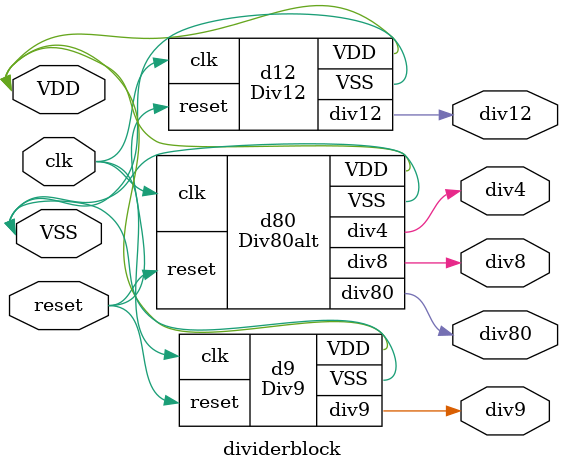
<source format=v>


module Div9 ( reset, clk, div9, VDD, VSS );
  input reset, clk;
  output div9;
  inout VDD,  VSS;
  wire   N0, N1, mid2, mid3, mid4, N2, mid1, N3, N4, N5, N6, N7, N8, N9, N10,
         N11, N12, N13, N14, N15, N16, N17, N18;

  \**SEQGEN**  mid3_reg ( .clear(1'b0), .preset(1'b0), .next_state(N9), 
        .clocked_on(clk), .data_in(1'b0), .enable(1'b0), .Q(mid3), 
        .synch_clear(1'b0), .synch_preset(1'b0), .synch_toggle(1'b0), 
        .synch_enable(1'b1) );
  \**SEQGEN**  mid4_reg ( .clear(1'b0), .preset(1'b0), .next_state(N10), 
        .clocked_on(clk), .data_in(1'b0), .enable(1'b0), .Q(mid4), 
        .synch_clear(1'b0), .synch_preset(1'b0), .synch_toggle(1'b0), 
        .synch_enable(1'b1) );
  \**SEQGEN**  mid2_reg ( .clear(1'b0), .preset(1'b0), .next_state(N8), 
        .clocked_on(clk), .data_in(1'b0), .enable(1'b0), .Q(mid2), 
        .synch_clear(1'b0), .synch_preset(1'b0), .synch_toggle(1'b0), 
        .synch_enable(1'b1) );
  \**SEQGEN**  mid1_reg ( .clear(1'b0), .preset(1'b0), .next_state(N7), 
        .clocked_on(clk), .data_in(1'b0), .enable(1'b0), .Q(mid1), 
        .synch_clear(1'b0), .synch_preset(1'b0), .synch_toggle(1'b0), 
        .synch_enable(1'b1) );
  SELECT_OP C19 ( .DATA1(1'b0), .DATA2(N4), .CONTROL1(N0), .CONTROL2(N1), .Z(
        N7) );
  GTECH_BUF B_0 ( .A(N3), .Z(N0) );
  GTECH_BUF B_1 ( .A(reset), .Z(N1) );
  SELECT_OP C20 ( .DATA1(1'b0), .DATA2(N5), .CONTROL1(N0), .CONTROL2(N1), .Z(
        N8) );
  SELECT_OP C21 ( .DATA1(1'b0), .DATA2(N6), .CONTROL1(N0), .CONTROL2(N1), .Z(
        N9) );
  SELECT_OP C22 ( .DATA1(1'b0), .DATA2(mid3), .CONTROL1(N0), .CONTROL2(N1), 
        .Z(N10) );
  GTECH_NOT I_0 ( .A(mid4), .Z(N2) );
  GTECH_NOT I_1 ( .A(reset), .Z(N3) );
  GTECH_AND2 C29 ( .A(N11), .B(N12), .Z(N4) );
  GTECH_NOT I_2 ( .A(mid2), .Z(N11) );
  GTECH_OR2 C31 ( .A(mid3), .B(N2), .Z(N12) );
  GTECH_AND2 C32 ( .A(N2), .B(N13), .Z(N5) );
  GTECH_OR2 C33 ( .A(mid1), .B(mid2), .Z(N13) );
  GTECH_AND2 C34 ( .A(N14), .B(N15), .Z(N6) );
  GTECH_NOT I_3 ( .A(mid1), .Z(N14) );
  GTECH_OR2 C36 ( .A(mid2), .B(mid4), .Z(N15) );
  GTECH_OR2 C37 ( .A(N17), .B(N18), .Z(div9) );
  GTECH_AND2 C38 ( .A(N2), .B(N16), .Z(N17) );
  GTECH_OR2 C40 ( .A(mid1), .B(mid2), .Z(N16) );
  GTECH_AND2 C41 ( .A(clk), .B(mid2), .Z(N18) );
endmodule


module Div12 ( reset, clk, div12, VDD, VSS );
  input reset, clk;
  output div12;
  inout VDD,  VSS;
  wire   N0, N1, N2, N3, N4, N5, N6, N7, N8, N9, N10, N11;
  wire   [2:0] count;

  \**SEQGEN**  div12_reg ( .clear(1'b0), .preset(1'b0), .next_state(N10), 
        .clocked_on(clk), .data_in(1'b0), .enable(1'b0), .Q(div12), 
        .synch_clear(1'b0), .synch_preset(1'b0), .synch_toggle(1'b0), 
        .synch_enable(N9) );
  \**SEQGEN**  \count_reg[2]  ( .clear(1'b0), .preset(1'b0), .next_state(N8), 
        .clocked_on(clk), .data_in(1'b0), .enable(1'b0), .Q(count[2]), 
        .synch_clear(1'b0), .synch_preset(1'b0), .synch_toggle(1'b0), 
        .synch_enable(1'b1) );
  \**SEQGEN**  \count_reg[1]  ( .clear(1'b0), .preset(1'b0), .next_state(N7), 
        .clocked_on(clk), .data_in(1'b0), .enable(1'b0), .Q(count[1]), 
        .synch_clear(1'b0), .synch_preset(1'b0), .synch_toggle(1'b0), 
        .synch_enable(1'b1) );
  \**SEQGEN**  \count_reg[0]  ( .clear(1'b0), .preset(1'b0), .next_state(N6), 
        .clocked_on(clk), .data_in(1'b0), .enable(1'b0), .Q(count[0]), 
        .synch_clear(1'b0), .synch_preset(1'b0), .synch_toggle(1'b0), 
        .synch_enable(1'b1) );
  SELECT_OP C25 ( .DATA1({1'b0, 1'b0, 1'b0}), .DATA2({count[0], N2, count[1]}), 
        .CONTROL1(N0), .CONTROL2(N1), .Z({N8, N7, N6}) );
  GTECH_BUF B_0 ( .A(N3), .Z(N0) );
  GTECH_BUF B_1 ( .A(reset), .Z(N1) );
  SELECT_OP C26 ( .DATA1(1'b1), .DATA2(N4), .CONTROL1(N0), .CONTROL2(N1), .Z(
        N9) );
  SELECT_OP C27 ( .DATA1(1'b0), .DATA2(N5), .CONTROL1(N0), .CONTROL2(N1), .Z(
        N10) );
  GTECH_NOT I_0 ( .A(count[2]), .Z(N2) );
  GTECH_NOT I_1 ( .A(reset), .Z(N3) );
  GTECH_AND2 C34 ( .A(N2), .B(N11), .Z(N4) );
  GTECH_NOT I_2 ( .A(count[1]), .Z(N11) );
  GTECH_NOT I_3 ( .A(div12), .Z(N5) );
endmodule


module Div80alt ( reset, clk, div80, div4, div8, VDD, VSS );
  input reset, clk;
  output div80, div4, div8;
  inout VDD,  VSS;
  wire   N0, N1, N2, N3, N4, N5, N6, N7, N8, N9, N10, N11, N12, N13, N14, N15,
         N16, N17, N18, N19, N20, N21, N22, N23, N24, N25, N26, N27, N28, N29;
  wire   [2:0] count5;
  wire   [2:0] count8;

  \**SEQGEN**  div4_reg ( .clear(1'b0), .preset(1'b0), .next_state(N13), 
        .clocked_on(clk), .data_in(1'b0), .enable(1'b0), .Q(div4), 
        .synch_clear(1'b0), .synch_preset(1'b0), .synch_toggle(1'b0), 
        .synch_enable(1'b1) );
  \**SEQGEN**  div80_reg ( .clear(1'b0), .preset(1'b0), .next_state(N20), 
        .clocked_on(clk), .data_in(1'b0), .enable(1'b0), .Q(div80), 
        .synch_clear(1'b0), .synch_preset(1'b0), .synch_toggle(1'b0), 
        .synch_enable(N19) );
  \**SEQGEN**  \count5_reg[2]  ( .clear(1'b0), .preset(1'b0), .next_state(N18), 
        .clocked_on(clk), .data_in(1'b0), .enable(1'b0), .Q(count5[2]), 
        .synch_clear(1'b0), .synch_preset(1'b0), .synch_toggle(1'b0), 
        .synch_enable(1'b1) );
  \**SEQGEN**  \count5_reg[1]  ( .clear(1'b0), .preset(1'b0), .next_state(N17), 
        .clocked_on(clk), .data_in(1'b0), .enable(1'b0), .Q(count5[1]), 
        .synch_clear(1'b0), .synch_preset(1'b0), .synch_toggle(1'b0), 
        .synch_enable(1'b1) );
  \**SEQGEN**  \count5_reg[0]  ( .clear(1'b0), .preset(1'b0), .next_state(N16), 
        .clocked_on(clk), .data_in(1'b0), .enable(1'b0), .Q(count5[0]), 
        .synch_clear(1'b0), .synch_preset(1'b0), .synch_toggle(1'b0), 
        .synch_enable(1'b1) );
  \**SEQGEN**  div8_reg ( .clear(1'b0), .preset(1'b0), .next_state(N21), 
        .clocked_on(clk), .data_in(1'b0), .enable(1'b0), .Q(div8), 
        .synch_clear(1'b0), .synch_preset(1'b0), .synch_toggle(1'b0), 
        .synch_enable(1'b1) );
  \**SEQGEN**  \count8_reg[2]  ( .clear(1'b0), .preset(1'b0), .next_state(N15), 
        .clocked_on(clk), .data_in(1'b0), .enable(1'b0), .Q(count8[2]), 
        .synch_clear(1'b0), .synch_preset(1'b0), .synch_toggle(1'b0), 
        .synch_enable(1'b1) );
  \**SEQGEN**  \count8_reg[1]  ( .clear(1'b0), .preset(1'b0), .next_state(N14), 
        .clocked_on(clk), .data_in(1'b0), .enable(1'b0), .Q(count8[1]), 
        .synch_clear(1'b0), .synch_preset(1'b0), .synch_toggle(1'b0), 
        .synch_enable(1'b1) );
  \**SEQGEN**  \count8_reg[0]  ( .clear(1'b0), .preset(1'b0), .next_state(N13), 
        .clocked_on(clk), .data_in(1'b0), .enable(1'b0), .Q(count8[0]), 
        .synch_clear(1'b0), .synch_preset(1'b0), .synch_toggle(1'b0), 
        .synch_enable(1'b1) );
  GTECH_NOT I_0 ( .A(count5[2]), .Z(N22) );
  GTECH_OR2 C39 ( .A(count8[1]), .B(count8[2]), .Z(N23) );
  GTECH_OR2 C40 ( .A(count8[0]), .B(N23), .Z(N24) );
  GTECH_NOT I_1 ( .A(N24), .Z(N25) );
  SELECT_OP C42 ( .DATA1({1'b0, 1'b0, 1'b0}), .DATA2({N9, N10, N5}), 
        .CONTROL1(N0), .CONTROL2(N1), .Z({N15, N14, N13}) );
  GTECH_BUF B_0 ( .A(N6), .Z(N0) );
  GTECH_BUF B_1 ( .A(reset), .Z(N1) );
  SELECT_OP C43 ( .DATA1({1'b0, 1'b0, 1'b0}), .DATA2({N7, count5[0], N8}), 
        .CONTROL1(N0), .CONTROL2(N1), .Z({N18, N17, N16}) );
  SELECT_OP C44 ( .DATA1(1'b1), .DATA2(N11), .CONTROL1(N0), .CONTROL2(N1), .Z(
        N19) );
  SELECT_OP C45 ( .DATA1(1'b0), .DATA2(N12), .CONTROL1(N0), .CONTROL2(N1), .Z(
        N20) );
  SELECT_OP C46 ( .DATA1(1'b0), .DATA2(N4), .CONTROL1(N0), .CONTROL2(N1), .Z(
        N21) );
  GTECH_NOT I_2 ( .A(count5[1]), .Z(N2) );
  GTECH_AND2 C50 ( .A(count8[1]), .B(N26), .Z(N3) );
  GTECH_NOT I_3 ( .A(count8[0]), .Z(N26) );
  GTECH_NOT I_4 ( .A(count8[2]), .Z(N4) );
  GTECH_NOT I_5 ( .A(N27), .Z(N5) );
  GTECH_XOR2 C54 ( .A(count8[1]), .B(count8[2]), .Z(N27) );
  GTECH_NOT I_6 ( .A(reset), .Z(N6) );
  GTECH_OR2 C58 ( .A(N2), .B(count5[0]), .Z(N7) );
  GTECH_AND2 C59 ( .A(count5[2]), .B(N2), .Z(N8) );
  GTECH_OR2 C60 ( .A(N3), .B(N28), .Z(N9) );
  GTECH_AND2 C61 ( .A(count8[2]), .B(count8[0]), .Z(N28) );
  GTECH_OR2 C62 ( .A(N3), .B(N29), .Z(N10) );
  GTECH_AND2 C63 ( .A(N4), .B(count8[0]), .Z(N29) );
  GTECH_AND2 C64 ( .A(N22), .B(N25), .Z(N11) );
  GTECH_NOT I_7 ( .A(div80), .Z(N12) );
endmodule


module dividerblock ( reset, clk, VDD, VSS, div4, div8, div9, div12, div80 );
  input reset, clk;
  output div4, div8, div9, div12, div80;
  inout VDD,  VSS;

  tri   VDD;
  tri   VSS;

  Div9 d9 ( .reset(reset), .clk(clk), .div9(div9), .VDD(VDD), .VSS(VSS) );
  Div12 d12 ( .reset(reset), .clk(clk), .div12(div12), .VDD(VDD), .VSS(VSS) );
  Div80alt d80 ( .reset(reset), .clk(clk), .div80(div80), .div4(div4), .div8(
        div8), .VDD(VDD), .VSS(VSS) );
endmodule


</source>
